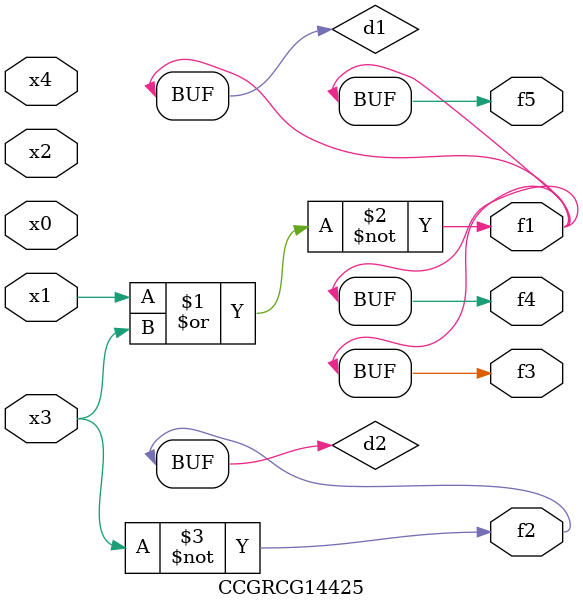
<source format=v>
module CCGRCG14425(
	input x0, x1, x2, x3, x4,
	output f1, f2, f3, f4, f5
);

	wire d1, d2;

	nor (d1, x1, x3);
	not (d2, x3);
	assign f1 = d1;
	assign f2 = d2;
	assign f3 = d1;
	assign f4 = d1;
	assign f5 = d1;
endmodule

</source>
